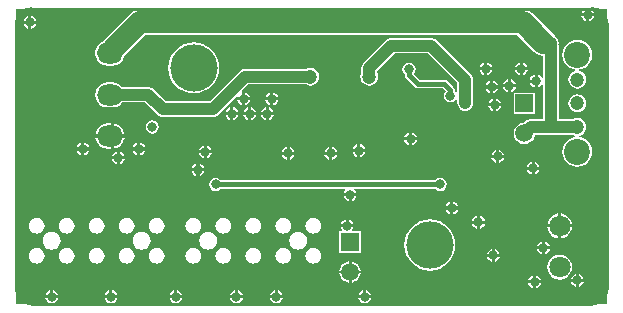
<source format=gbl>
%FSAX42Y42*%
%MOMM*%
G71*
G01*
G75*
G04 Layer_Physical_Order=4*
G04 Layer_Color=16711680*
%ADD10R,1.50X1.30*%
%ADD11O,0.60X2.20*%
%ADD12R,1.30X1.50*%
%ADD13R,1.40X1.00*%
%ADD14R,1.02X1.90*%
%ADD15C,0.20*%
%ADD16C,1.00*%
%ADD17C,0.40*%
%ADD18C,0.25*%
%ADD19O,2.20X1.80*%
%ADD20C,1.20*%
%ADD21C,1.50*%
%ADD22R,1.50X1.50*%
%ADD23C,5.50*%
%ADD24C,2.20*%
%ADD25C,1.80*%
%ADD26C,0.80*%
%ADD27C,1.90*%
%ADD28C,4.00*%
G36*
X009938Y007562D02*
X007915D01*
X007911Y007575D01*
X007927Y007585D01*
X007939Y007604D01*
X007941Y007612D01*
X007834D01*
X007836Y007604D01*
X007848Y007585D01*
X007864Y007575D01*
X007860Y007562D01*
X007165D01*
X007161Y007575D01*
X007177Y007585D01*
X007189Y007604D01*
X007191Y007612D01*
X007084D01*
X007086Y007604D01*
X007098Y007585D01*
X007114Y007575D01*
X007110Y007562D01*
X006827D01*
X006824Y007575D01*
X006840Y007585D01*
X006852Y007604D01*
X006854Y007612D01*
X006746D01*
X006748Y007604D01*
X006760Y007585D01*
X006776Y007575D01*
X006773Y007562D01*
X006315D01*
X006311Y007575D01*
X006327Y007585D01*
X006339Y007604D01*
X006341Y007612D01*
X006234D01*
X006236Y007604D01*
X006248Y007585D01*
X006264Y007575D01*
X006260Y007562D01*
X005765D01*
X005761Y007575D01*
X005777Y007585D01*
X005789Y007604D01*
X005791Y007612D01*
X005684D01*
X005686Y007604D01*
X005698Y007585D01*
X005714Y007575D01*
X005710Y007562D01*
X005265D01*
X005261Y007575D01*
X005277Y007585D01*
X005289Y007604D01*
X005291Y007612D01*
X005184D01*
X005186Y007604D01*
X005198Y007585D01*
X005214Y007575D01*
X005210Y007562D01*
X004938D01*
Y010062D01*
X005939D01*
X005942Y010050D01*
X005932Y010046D01*
X005909Y010028D01*
X005685Y009805D01*
X005668Y009782D01*
X005667Y009781D01*
X005657Y009777D01*
X005635Y009760D01*
X005618Y009738D01*
X005608Y009712D01*
X005607Y009709D01*
X005604Y009702D01*
X005602Y009685D01*
X005604Y009668D01*
X005607Y009661D01*
X005608Y009658D01*
X005618Y009632D01*
X005635Y009610D01*
X005657Y009593D01*
X005683Y009583D01*
X005710Y009579D01*
X005750D01*
X005777Y009583D01*
X005803Y009593D01*
X005825Y009610D01*
X005842Y009632D01*
X005852Y009658D01*
X005852Y009658D01*
X006033Y009839D01*
X009179D01*
X009322Y009697D01*
X009345Y009679D01*
X009371Y009668D01*
X009397Y009664D01*
Y009600D01*
Y009482D01*
X009385Y009478D01*
X009377Y009490D01*
X009359Y009502D01*
X009350Y009504D01*
Y009450D01*
Y009396D01*
X009359Y009398D01*
X009377Y009410D01*
X009385Y009422D01*
X009397Y009418D01*
Y009128D01*
X009292D01*
X009275Y009126D01*
X009270Y009124D01*
X009259Y009119D01*
X009245Y009109D01*
X009235Y009099D01*
X009214Y009096D01*
X009192Y009087D01*
X009173Y009073D01*
X009159Y009054D01*
X009150Y009032D01*
X009147Y009008D01*
X009150Y008985D01*
X009159Y008963D01*
X009173Y008944D01*
X009192Y008930D01*
X009214Y008921D01*
X009238Y008918D01*
X009261Y008921D01*
X009283Y008930D01*
X009302Y008944D01*
X009316Y008963D01*
X009325Y008985D01*
X009327Y008997D01*
X009650D01*
X009668Y008989D01*
X009671Y008989D01*
Y008976D01*
X009655Y008974D01*
X009624Y008962D01*
X009598Y008942D01*
X009578Y008916D01*
X009566Y008885D01*
X009561Y008853D01*
X009566Y008820D01*
X009578Y008789D01*
X009598Y008763D01*
X009624Y008743D01*
X009655Y008731D01*
X009688Y008726D01*
X009720Y008731D01*
X009751Y008743D01*
X009777Y008763D01*
X009797Y008789D01*
X009809Y008820D01*
X009814Y008853D01*
X009809Y008885D01*
X009797Y008916D01*
X009777Y008942D01*
X009751Y008962D01*
X009720Y008974D01*
X009704Y008976D01*
Y008989D01*
X009707Y008989D01*
X009725Y008997D01*
X009741Y009009D01*
X009753Y009025D01*
X009761Y009043D01*
X009763Y009062D01*
X009761Y009082D01*
X009753Y009100D01*
X009741Y009116D01*
X009725Y009128D01*
X009707Y009136D01*
X009688Y009138D01*
X009668Y009136D01*
X009650Y009128D01*
X009528D01*
Y009600D01*
Y009688D01*
Y009750D01*
X009526Y009762D01*
X009528Y009775D01*
X009526Y009792D01*
X009519Y009808D01*
X009509Y009821D01*
X009495Y009832D01*
X009495Y009832D01*
X009478Y009853D01*
X009303Y010028D01*
X009280Y010046D01*
X009271Y010050D01*
X009273Y010062D01*
X009729D01*
X009735Y010051D01*
X009723Y010034D01*
X009721Y010025D01*
X009829D01*
X009827Y010034D01*
X009815Y010052D01*
X009818Y010062D01*
X009938D01*
Y007562D01*
D02*
G37*
%LPC*%
G36*
X007196Y008292D02*
X007179Y008289D01*
X007163Y008283D01*
X007149Y008272D01*
X007138Y008258D01*
X007132Y008242D01*
X007129Y008225D01*
X007132Y008208D01*
X007138Y008192D01*
X007149Y008178D01*
X007163Y008167D01*
X007179Y008161D01*
X007196Y008158D01*
X007213Y008161D01*
X007229Y008167D01*
X007243Y008178D01*
X007254Y008192D01*
X007260Y008208D01*
X007263Y008225D01*
X007260Y008242D01*
X007254Y008258D01*
X007243Y008272D01*
X007229Y008283D01*
X007213Y008289D01*
X007196Y008292D01*
D02*
G37*
G36*
X007450D02*
X007433Y008289D01*
X007417Y008283D01*
X007403Y008272D01*
X007392Y008258D01*
X007386Y008242D01*
X007383Y008225D01*
X007386Y008208D01*
X007392Y008192D01*
X007403Y008178D01*
X007417Y008167D01*
X007433Y008161D01*
X007450Y008158D01*
X007467Y008161D01*
X007483Y008167D01*
X007497Y008178D01*
X007508Y008192D01*
X007514Y008208D01*
X007517Y008225D01*
X007514Y008242D01*
X007508Y008258D01*
X007497Y008272D01*
X007483Y008283D01*
X007467Y008289D01*
X007450Y008292D01*
D02*
G37*
G36*
X006942D02*
X006925Y008289D01*
X006909Y008283D01*
X006895Y008272D01*
X006884Y008258D01*
X006878Y008242D01*
X006875Y008225D01*
X006878Y008208D01*
X006884Y008192D01*
X006895Y008178D01*
X006909Y008167D01*
X006925Y008161D01*
X006942Y008158D01*
X006959Y008161D01*
X006975Y008167D01*
X006989Y008178D01*
X007000Y008192D01*
X007006Y008208D01*
X007009Y008225D01*
X007006Y008242D01*
X007000Y008258D01*
X006989Y008272D01*
X006975Y008283D01*
X006959Y008289D01*
X006942Y008292D01*
D02*
G37*
G36*
X006434D02*
X006417Y008289D01*
X006401Y008283D01*
X006387Y008272D01*
X006376Y008258D01*
X006370Y008242D01*
X006367Y008225D01*
X006370Y008208D01*
X006376Y008192D01*
X006387Y008178D01*
X006401Y008167D01*
X006417Y008161D01*
X006434Y008158D01*
X006451Y008161D01*
X006467Y008167D01*
X006481Y008178D01*
X006492Y008192D01*
X006498Y008208D01*
X006501Y008225D01*
X006498Y008242D01*
X006492Y008258D01*
X006481Y008272D01*
X006467Y008283D01*
X006451Y008289D01*
X006434Y008292D01*
D02*
G37*
G36*
X006688D02*
X006671Y008289D01*
X006655Y008283D01*
X006641Y008272D01*
X006630Y008258D01*
X006624Y008242D01*
X006621Y008225D01*
X006624Y008208D01*
X006630Y008192D01*
X006641Y008178D01*
X006655Y008167D01*
X006671Y008161D01*
X006688Y008158D01*
X006705Y008161D01*
X006721Y008167D01*
X006735Y008178D01*
X006746Y008192D01*
X006752Y008208D01*
X006755Y008225D01*
X006752Y008242D01*
X006746Y008258D01*
X006735Y008272D01*
X006721Y008283D01*
X006705Y008289D01*
X006688Y008292D01*
D02*
G37*
G36*
X008837Y008242D02*
X008796D01*
X008798Y008234D01*
X008810Y008215D01*
X008829Y008203D01*
X008837Y008201D01*
Y008242D01*
D02*
G37*
G36*
X009525Y008329D02*
X009510Y008327D01*
X009485Y008317D01*
X009463Y008300D01*
X009446Y008278D01*
X009435Y008252D01*
X009433Y008238D01*
X009525D01*
Y008329D01*
D02*
G37*
G36*
X009550D02*
Y008238D01*
X009642D01*
X009640Y008252D01*
X009629Y008278D01*
X009612Y008300D01*
X009590Y008317D01*
X009565Y008327D01*
X009550Y008329D01*
D02*
G37*
G36*
X007750Y008279D02*
Y008238D01*
X007791D01*
X007789Y008246D01*
X007777Y008265D01*
X007759Y008277D01*
X007750Y008279D01*
D02*
G37*
G36*
X008904Y008242D02*
X008863D01*
Y008201D01*
X008871Y008203D01*
X008890Y008215D01*
X008902Y008234D01*
X008904Y008242D01*
D02*
G37*
G36*
X007725Y008279D02*
X007716Y008277D01*
X007698Y008265D01*
X007686Y008246D01*
X007684Y008238D01*
X007725D01*
Y008279D01*
D02*
G37*
G36*
X009413Y008091D02*
Y008050D01*
X009454D01*
X009452Y008059D01*
X009440Y008077D01*
X009421Y008089D01*
X009413Y008091D01*
D02*
G37*
G36*
X009525Y008212D02*
X009433D01*
X009435Y008198D01*
X009446Y008172D01*
X009463Y008150D01*
X009485Y008133D01*
X009510Y008123D01*
X009525Y008121D01*
Y008212D01*
D02*
G37*
G36*
X009387Y008091D02*
X009379Y008089D01*
X009360Y008077D01*
X009348Y008059D01*
X009346Y008050D01*
X009387D01*
Y008091D01*
D02*
G37*
G36*
X006561Y008174D02*
X006541Y008171D01*
X006523Y008164D01*
X006508Y008151D01*
X006495Y008136D01*
X006488Y008118D01*
X006485Y008098D01*
X006488Y008078D01*
X006495Y008060D01*
X006508Y008045D01*
X006523Y008032D01*
X006541Y008025D01*
X006561Y008022D01*
X006581Y008025D01*
X006599Y008032D01*
X006614Y008045D01*
X006627Y008060D01*
X006634Y008078D01*
X006637Y008098D01*
X006634Y008118D01*
X006627Y008136D01*
X006614Y008151D01*
X006599Y008164D01*
X006581Y008171D01*
X006561Y008174D01*
D02*
G37*
G36*
X007323D02*
X007303Y008171D01*
X007285Y008164D01*
X007270Y008151D01*
X007257Y008136D01*
X007250Y008118D01*
X007247Y008098D01*
X007250Y008078D01*
X007257Y008060D01*
X007270Y008045D01*
X007285Y008032D01*
X007303Y008025D01*
X007323Y008022D01*
X007343Y008025D01*
X007361Y008032D01*
X007376Y008045D01*
X007389Y008060D01*
X007396Y008078D01*
X007399Y008098D01*
X007396Y008118D01*
X007389Y008136D01*
X007376Y008151D01*
X007361Y008164D01*
X007343Y008171D01*
X007323Y008174D01*
D02*
G37*
G36*
X009642Y008212D02*
X009550D01*
Y008121D01*
X009565Y008123D01*
X009590Y008133D01*
X009612Y008150D01*
X009629Y008172D01*
X009640Y008198D01*
X009642Y008212D01*
D02*
G37*
G36*
X005871Y008292D02*
X005854Y008289D01*
X005838Y008283D01*
X005824Y008272D01*
X005813Y008258D01*
X005807Y008242D01*
X005804Y008225D01*
X005807Y008208D01*
X005813Y008192D01*
X005824Y008178D01*
X005838Y008167D01*
X005854Y008161D01*
X005871Y008158D01*
X005888Y008161D01*
X005904Y008167D01*
X005918Y008178D01*
X005929Y008192D01*
X005935Y008208D01*
X005938Y008225D01*
X005935Y008242D01*
X005929Y008258D01*
X005918Y008272D01*
X005904Y008283D01*
X005888Y008289D01*
X005871Y008292D01*
D02*
G37*
G36*
X006125D02*
X006108Y008289D01*
X006092Y008283D01*
X006078Y008272D01*
X006067Y008258D01*
X006061Y008242D01*
X006058Y008225D01*
X006061Y008208D01*
X006067Y008192D01*
X006078Y008178D01*
X006092Y008167D01*
X006108Y008161D01*
X006125Y008158D01*
X006142Y008161D01*
X006158Y008167D01*
X006172Y008178D01*
X006183Y008192D01*
X006189Y008208D01*
X006192Y008225D01*
X006189Y008242D01*
X006183Y008258D01*
X006172Y008272D01*
X006158Y008283D01*
X006142Y008289D01*
X006125Y008292D01*
D02*
G37*
G36*
X005617D02*
X005600Y008289D01*
X005584Y008283D01*
X005570Y008272D01*
X005559Y008258D01*
X005553Y008242D01*
X005550Y008225D01*
X005553Y008208D01*
X005559Y008192D01*
X005570Y008178D01*
X005584Y008167D01*
X005600Y008161D01*
X005617Y008158D01*
X005634Y008161D01*
X005650Y008167D01*
X005664Y008178D01*
X005675Y008192D01*
X005681Y008208D01*
X005684Y008225D01*
X005681Y008242D01*
X005675Y008258D01*
X005664Y008272D01*
X005650Y008283D01*
X005634Y008289D01*
X005617Y008292D01*
D02*
G37*
G36*
X005109D02*
X005092Y008289D01*
X005076Y008283D01*
X005062Y008272D01*
X005051Y008258D01*
X005045Y008242D01*
X005042Y008225D01*
X005045Y008208D01*
X005051Y008192D01*
X005062Y008178D01*
X005076Y008167D01*
X005092Y008161D01*
X005109Y008158D01*
X005126Y008161D01*
X005142Y008167D01*
X005156Y008178D01*
X005167Y008192D01*
X005173Y008208D01*
X005176Y008225D01*
X005173Y008242D01*
X005167Y008258D01*
X005156Y008272D01*
X005142Y008283D01*
X005126Y008289D01*
X005109Y008292D01*
D02*
G37*
G36*
X005363D02*
X005346Y008289D01*
X005330Y008283D01*
X005316Y008272D01*
X005305Y008258D01*
X005299Y008242D01*
X005296Y008225D01*
X005299Y008208D01*
X005305Y008192D01*
X005316Y008178D01*
X005330Y008167D01*
X005346Y008161D01*
X005363Y008158D01*
X005380Y008161D01*
X005396Y008167D01*
X005410Y008178D01*
X005421Y008192D01*
X005427Y008208D01*
X005430Y008225D01*
X005427Y008242D01*
X005421Y008258D01*
X005410Y008272D01*
X005396Y008283D01*
X005380Y008289D01*
X005363Y008292D01*
D02*
G37*
G36*
X006488Y008754D02*
Y008713D01*
X006529D01*
X006527Y008721D01*
X006515Y008740D01*
X006496Y008752D01*
X006488Y008754D01*
D02*
G37*
G36*
X009300Y008766D02*
X009291Y008764D01*
X009273Y008752D01*
X009261Y008734D01*
X009259Y008725D01*
X009300D01*
Y008766D01*
D02*
G37*
G36*
X006462Y008754D02*
X006454Y008752D01*
X006435Y008740D01*
X006423Y008721D01*
X006421Y008713D01*
X006462D01*
Y008754D01*
D02*
G37*
G36*
X009300Y008700D02*
X009259D01*
X009261Y008691D01*
X009273Y008673D01*
X009291Y008661D01*
X009300Y008659D01*
Y008700D01*
D02*
G37*
G36*
X009366D02*
X009325D01*
Y008659D01*
X009334Y008661D01*
X009352Y008673D01*
X009364Y008691D01*
X009366Y008700D01*
D02*
G37*
G36*
X009325Y008766D02*
Y008725D01*
X009366D01*
X009364Y008734D01*
X009352Y008752D01*
X009334Y008764D01*
X009325Y008766D01*
D02*
G37*
G36*
X009066Y008800D02*
X009025D01*
Y008759D01*
X009034Y008761D01*
X009052Y008773D01*
X009064Y008791D01*
X009066Y008800D01*
D02*
G37*
G36*
X007225Y008825D02*
X007184D01*
X007186Y008816D01*
X007198Y008798D01*
X007216Y008786D01*
X007225Y008784D01*
Y008825D01*
D02*
G37*
G36*
X009000Y008800D02*
X008959D01*
X008961Y008791D01*
X008973Y008773D01*
X008991Y008761D01*
X009000Y008759D01*
Y008800D01*
D02*
G37*
G36*
X005787Y008787D02*
X005746D01*
X005748Y008779D01*
X005760Y008760D01*
X005779Y008748D01*
X005787Y008746D01*
Y008787D01*
D02*
G37*
G36*
X005854D02*
X005813D01*
Y008746D01*
X005821Y008748D01*
X005840Y008760D01*
X005852Y008779D01*
X005854Y008787D01*
D02*
G37*
G36*
X008679Y008362D02*
X008638D01*
Y008321D01*
X008646Y008323D01*
X008665Y008335D01*
X008677Y008354D01*
X008679Y008362D01*
D02*
G37*
G36*
X008612Y008429D02*
X008604Y008427D01*
X008585Y008415D01*
X008573Y008396D01*
X008571Y008388D01*
X008612D01*
Y008429D01*
D02*
G37*
G36*
Y008362D02*
X008571D01*
X008573Y008354D01*
X008585Y008335D01*
X008604Y008323D01*
X008612Y008321D01*
Y008362D01*
D02*
G37*
G36*
X008837Y008309D02*
X008829Y008307D01*
X008810Y008295D01*
X008798Y008276D01*
X008796Y008268D01*
X008837D01*
Y008309D01*
D02*
G37*
G36*
X008863D02*
Y008268D01*
X008904D01*
X008902Y008276D01*
X008890Y008295D01*
X008871Y008307D01*
X008863Y008309D01*
D02*
G37*
G36*
X008638Y008429D02*
Y008388D01*
X008679D01*
X008677Y008396D01*
X008665Y008415D01*
X008646Y008427D01*
X008638Y008429D01*
D02*
G37*
G36*
X006462Y008687D02*
X006421D01*
X006423Y008679D01*
X006435Y008660D01*
X006454Y008648D01*
X006462Y008646D01*
Y008687D01*
D02*
G37*
G36*
X006529D02*
X006488D01*
Y008646D01*
X006496Y008648D01*
X006515Y008660D01*
X006527Y008679D01*
X006529Y008687D01*
D02*
G37*
G36*
X008525Y008631D02*
X008504Y008627D01*
X008485Y008615D01*
X008483Y008611D01*
X006667D01*
X006665Y008615D01*
X006646Y008627D01*
X006625Y008631D01*
X006604Y008627D01*
X006585Y008615D01*
X006573Y008596D01*
X006569Y008575D01*
X006573Y008554D01*
X006585Y008535D01*
X006604Y008523D01*
X006625Y008519D01*
X006646Y008523D01*
X006665Y008535D01*
X006667Y008539D01*
X007719D01*
X007723Y008527D01*
X007711Y008509D01*
X007709Y008500D01*
X007816D01*
X007814Y008509D01*
X007802Y008527D01*
X007784Y008539D01*
D01*
X007784D01*
X007784Y008539D01*
X008483D01*
X008485Y008535D01*
X008504Y008523D01*
X008525Y008519D01*
X008546Y008523D01*
X008565Y008535D01*
X008577Y008554D01*
X008581Y008575D01*
X008577Y008596D01*
X008565Y008615D01*
X008546Y008627D01*
X008525Y008631D01*
D02*
G37*
G36*
X007750Y008475D02*
X007709D01*
X007711Y008466D01*
X007723Y008448D01*
X007741Y008436D01*
X007750Y008434D01*
Y008475D01*
D02*
G37*
G36*
X007816D02*
X007775D01*
Y008434D01*
X007784Y008436D01*
X007802Y008448D01*
X007814Y008466D01*
X007816Y008475D01*
D02*
G37*
G36*
X005998Y008174D02*
X005978Y008171D01*
X005960Y008164D01*
X005945Y008151D01*
X005932Y008136D01*
X005925Y008118D01*
X005922Y008098D01*
X005925Y008078D01*
X005932Y008060D01*
X005945Y008045D01*
X005960Y008032D01*
X005978Y008025D01*
X005998Y008022D01*
X006018Y008025D01*
X006036Y008032D01*
X006051Y008045D01*
X006064Y008060D01*
X006071Y008078D01*
X006074Y008098D01*
X006071Y008118D01*
X006064Y008136D01*
X006051Y008151D01*
X006036Y008164D01*
X006018Y008171D01*
X005998Y008174D01*
D02*
G37*
G36*
X009675Y007750D02*
X009634D01*
X009636Y007741D01*
X009648Y007723D01*
X009666Y007711D01*
X009675Y007709D01*
Y007750D01*
D02*
G37*
G36*
X009741D02*
X009700D01*
Y007709D01*
X009709Y007711D01*
X009727Y007723D01*
X009739Y007741D01*
X009741Y007750D01*
D02*
G37*
G36*
X009379Y007737D02*
X009338D01*
Y007696D01*
X009346Y007698D01*
X009365Y007710D01*
X009377Y007729D01*
X009379Y007737D01*
D02*
G37*
G36*
X007900Y007679D02*
Y007638D01*
X007941D01*
X007939Y007646D01*
X007927Y007665D01*
X007909Y007677D01*
X007900Y007679D01*
D02*
G37*
G36*
X009312Y007737D02*
X009271D01*
X009273Y007729D01*
X009285Y007710D01*
X009304Y007698D01*
X009312Y007696D01*
Y007737D01*
D02*
G37*
G36*
X007750Y007821D02*
X007673D01*
X007675Y007810D01*
X007684Y007788D01*
X007698Y007769D01*
X007717Y007755D01*
X007739Y007746D01*
X007750Y007744D01*
Y007821D01*
D02*
G37*
G36*
X009538Y007981D02*
X009510Y007977D01*
X009485Y007967D01*
X009463Y007950D01*
X009446Y007928D01*
X009435Y007902D01*
X009432Y007875D01*
X009435Y007848D01*
X009446Y007822D01*
X009463Y007800D01*
X009485Y007783D01*
X009510Y007773D01*
X009538Y007769D01*
X009565Y007773D01*
X009590Y007783D01*
X009612Y007800D01*
X009629Y007822D01*
X009640Y007848D01*
X009643Y007875D01*
X009640Y007902D01*
X009629Y007928D01*
X009612Y007950D01*
X009590Y007967D01*
X009565Y007977D01*
X009538Y007981D01*
D02*
G37*
G36*
X009675Y007816D02*
X009666Y007814D01*
X009648Y007802D01*
X009636Y007784D01*
X009634Y007775D01*
X009675D01*
Y007816D01*
D02*
G37*
G36*
X009338Y007804D02*
Y007763D01*
X009379D01*
X009377Y007771D01*
X009365Y007790D01*
X009346Y007802D01*
X009338Y007804D01*
D02*
G37*
G36*
X007852Y007821D02*
X007775D01*
Y007744D01*
X007786Y007746D01*
X007808Y007755D01*
X007827Y007769D01*
X007841Y007788D01*
X007850Y007810D01*
X007852Y007821D01*
D02*
G37*
G36*
X009312Y007804D02*
X009304Y007802D01*
X009285Y007790D01*
X009273Y007771D01*
X009271Y007763D01*
X009312D01*
Y007804D01*
D02*
G37*
G36*
X005750Y007679D02*
Y007638D01*
X005791D01*
X005789Y007646D01*
X005777Y007665D01*
X005759Y007677D01*
X005750Y007679D01*
D02*
G37*
G36*
X006275D02*
X006266Y007677D01*
X006248Y007665D01*
X006236Y007646D01*
X006234Y007638D01*
X006275D01*
Y007679D01*
D02*
G37*
G36*
X005725D02*
X005716Y007677D01*
X005698Y007665D01*
X005686Y007646D01*
X005684Y007638D01*
X005725D01*
Y007679D01*
D02*
G37*
G36*
X005225D02*
X005216Y007677D01*
X005198Y007665D01*
X005186Y007646D01*
X005184Y007638D01*
X005225D01*
Y007679D01*
D02*
G37*
G36*
X005250D02*
Y007638D01*
X005291D01*
X005289Y007646D01*
X005277Y007665D01*
X005259Y007677D01*
X005250Y007679D01*
D02*
G37*
G36*
X006300D02*
Y007638D01*
X006341D01*
X006339Y007646D01*
X006327Y007665D01*
X006309Y007677D01*
X006300Y007679D01*
D02*
G37*
G36*
X007150D02*
Y007638D01*
X007191D01*
X007189Y007646D01*
X007177Y007665D01*
X007159Y007677D01*
X007150Y007679D01*
D02*
G37*
G36*
X007875D02*
X007866Y007677D01*
X007848Y007665D01*
X007836Y007646D01*
X007834Y007638D01*
X007875D01*
Y007679D01*
D02*
G37*
G36*
X007125D02*
X007116Y007677D01*
X007098Y007665D01*
X007086Y007646D01*
X007084Y007638D01*
X007125D01*
Y007679D01*
D02*
G37*
G36*
X006787D02*
X006779Y007677D01*
X006760Y007665D01*
X006748Y007646D01*
X006746Y007638D01*
X006787D01*
Y007679D01*
D02*
G37*
G36*
X006813D02*
Y007638D01*
X006854D01*
X006852Y007646D01*
X006840Y007665D01*
X006821Y007677D01*
X006813Y007679D01*
D02*
G37*
G36*
X008962Y007962D02*
X008921D01*
X008923Y007954D01*
X008935Y007935D01*
X008954Y007923D01*
X008962Y007921D01*
Y007962D01*
D02*
G37*
G36*
X009029D02*
X008988D01*
Y007921D01*
X008996Y007923D01*
X009015Y007935D01*
X009027Y007954D01*
X009029Y007962D01*
D02*
G37*
G36*
X007450Y008038D02*
X007433Y008035D01*
X007417Y008029D01*
X007403Y008018D01*
X007392Y008004D01*
X007386Y007988D01*
X007383Y007971D01*
X007386Y007954D01*
X007392Y007938D01*
X007403Y007924D01*
X007417Y007913D01*
X007433Y007907D01*
X007450Y007904D01*
X007467Y007907D01*
X007483Y007913D01*
X007497Y007924D01*
X007508Y007938D01*
X007514Y007954D01*
X007517Y007971D01*
X007514Y007988D01*
X007508Y008004D01*
X007497Y008018D01*
X007483Y008029D01*
X007467Y008035D01*
X007450Y008038D01*
D02*
G37*
G36*
X006942D02*
X006925Y008035D01*
X006909Y008029D01*
X006895Y008018D01*
X006884Y008004D01*
X006878Y007988D01*
X006875Y007971D01*
X006878Y007954D01*
X006884Y007938D01*
X006895Y007924D01*
X006909Y007913D01*
X006925Y007907D01*
X006942Y007904D01*
X006959Y007907D01*
X006975Y007913D01*
X006989Y007924D01*
X007000Y007938D01*
X007006Y007954D01*
X007009Y007971D01*
X007006Y007988D01*
X007000Y008004D01*
X006989Y008018D01*
X006975Y008029D01*
X006959Y008035D01*
X006942Y008038D01*
D02*
G37*
G36*
X007196D02*
X007179Y008035D01*
X007163Y008029D01*
X007149Y008018D01*
X007138Y008004D01*
X007132Y007988D01*
X007129Y007971D01*
X007132Y007954D01*
X007138Y007938D01*
X007149Y007924D01*
X007163Y007913D01*
X007179Y007907D01*
X007196Y007904D01*
X007213Y007907D01*
X007229Y007913D01*
X007243Y007924D01*
X007254Y007938D01*
X007260Y007954D01*
X007263Y007971D01*
X007260Y007988D01*
X007254Y008004D01*
X007243Y008018D01*
X007229Y008029D01*
X007213Y008035D01*
X007196Y008038D01*
D02*
G37*
G36*
X009387Y008025D02*
X009346D01*
X009348Y008016D01*
X009360Y007998D01*
X009379Y007986D01*
X009387Y007984D01*
Y008025D01*
D02*
G37*
G36*
X007791Y008212D02*
X007684D01*
X007686Y008204D01*
X007696Y008189D01*
X007690Y008178D01*
X007672D01*
Y007997D01*
X007853D01*
Y008178D01*
X007785D01*
X007779Y008189D01*
X007789Y008204D01*
X007791Y008212D01*
D02*
G37*
G36*
X005236Y008174D02*
X005216Y008171D01*
X005198Y008164D01*
X005183Y008151D01*
X005170Y008136D01*
X005163Y008118D01*
X005160Y008098D01*
X005163Y008078D01*
X005170Y008060D01*
X005183Y008045D01*
X005198Y008032D01*
X005216Y008025D01*
X005236Y008022D01*
X005256Y008025D01*
X005274Y008032D01*
X005289Y008045D01*
X005302Y008060D01*
X005309Y008078D01*
X005312Y008098D01*
X005309Y008118D01*
X005302Y008136D01*
X005289Y008151D01*
X005274Y008164D01*
X005256Y008171D01*
X005236Y008174D01*
D02*
G37*
G36*
X008988Y008029D02*
Y007988D01*
X009029D01*
X009027Y007996D01*
X009015Y008015D01*
X008996Y008027D01*
X008988Y008029D01*
D02*
G37*
G36*
X009454Y008025D02*
X009413D01*
Y007984D01*
X009421Y007986D01*
X009440Y007998D01*
X009452Y008016D01*
X009454Y008025D01*
D02*
G37*
G36*
X008962Y008029D02*
X008954Y008027D01*
X008935Y008015D01*
X008923Y007996D01*
X008921Y007988D01*
X008962D01*
Y008029D01*
D02*
G37*
G36*
X008438Y008279D02*
X008395Y008274D01*
X008355Y008262D01*
X008317Y008242D01*
X008285Y008215D01*
X008258Y008183D01*
X008238Y008145D01*
X008226Y008105D01*
X008221Y008062D01*
X008226Y008020D01*
X008238Y007980D01*
X008258Y007942D01*
X008285Y007910D01*
X008317Y007883D01*
X008355Y007863D01*
X008395Y007851D01*
X008438Y007846D01*
X008480Y007851D01*
X008520Y007863D01*
X008558Y007883D01*
X008590Y007910D01*
X008617Y007942D01*
X008637Y007980D01*
X008649Y008020D01*
X008654Y008062D01*
X008649Y008105D01*
X008637Y008145D01*
X008617Y008183D01*
X008590Y008215D01*
X008558Y008242D01*
X008520Y008262D01*
X008480Y008274D01*
X008438Y008279D01*
D02*
G37*
G36*
X005109Y008038D02*
X005092Y008035D01*
X005076Y008029D01*
X005062Y008018D01*
X005051Y008004D01*
X005045Y007988D01*
X005042Y007971D01*
X005045Y007954D01*
X005051Y007938D01*
X005062Y007924D01*
X005076Y007913D01*
X005092Y007907D01*
X005109Y007904D01*
X005126Y007907D01*
X005142Y007913D01*
X005156Y007924D01*
X005167Y007938D01*
X005173Y007954D01*
X005176Y007971D01*
X005173Y007988D01*
X005167Y008004D01*
X005156Y008018D01*
X005142Y008029D01*
X005126Y008035D01*
X005109Y008038D01*
D02*
G37*
G36*
X007775Y007923D02*
Y007846D01*
X007852D01*
X007850Y007857D01*
X007841Y007879D01*
X007827Y007898D01*
X007808Y007912D01*
X007786Y007921D01*
X007775Y007923D01*
D02*
G37*
G36*
X009700Y007816D02*
Y007775D01*
X009741D01*
X009739Y007784D01*
X009727Y007802D01*
X009709Y007814D01*
X009700Y007816D01*
D02*
G37*
G36*
X007750Y007923D02*
X007739Y007921D01*
X007717Y007912D01*
X007698Y007898D01*
X007684Y007879D01*
X007675Y007857D01*
X007673Y007846D01*
X007750D01*
Y007923D01*
D02*
G37*
G36*
X005363Y008038D02*
X005346Y008035D01*
X005330Y008029D01*
X005316Y008018D01*
X005305Y008004D01*
X005299Y007988D01*
X005296Y007971D01*
X005299Y007954D01*
X005305Y007938D01*
X005316Y007924D01*
X005330Y007913D01*
X005346Y007907D01*
X005363Y007904D01*
X005380Y007907D01*
X005396Y007913D01*
X005410Y007924D01*
X005421Y007938D01*
X005427Y007954D01*
X005430Y007971D01*
X005427Y007988D01*
X005421Y008004D01*
X005410Y008018D01*
X005396Y008029D01*
X005380Y008035D01*
X005363Y008038D01*
D02*
G37*
G36*
X006434D02*
X006417Y008035D01*
X006401Y008029D01*
X006387Y008018D01*
X006376Y008004D01*
X006370Y007988D01*
X006367Y007971D01*
X006370Y007954D01*
X006376Y007938D01*
X006387Y007924D01*
X006401Y007913D01*
X006417Y007907D01*
X006434Y007904D01*
X006451Y007907D01*
X006467Y007913D01*
X006481Y007924D01*
X006492Y007938D01*
X006498Y007954D01*
X006501Y007971D01*
X006498Y007988D01*
X006492Y008004D01*
X006481Y008018D01*
X006467Y008029D01*
X006451Y008035D01*
X006434Y008038D01*
D02*
G37*
G36*
X006688D02*
X006671Y008035D01*
X006655Y008029D01*
X006641Y008018D01*
X006630Y008004D01*
X006624Y007988D01*
X006621Y007971D01*
X006624Y007954D01*
X006630Y007938D01*
X006641Y007924D01*
X006655Y007913D01*
X006671Y007907D01*
X006688Y007904D01*
X006705Y007907D01*
X006721Y007913D01*
X006735Y007924D01*
X006746Y007938D01*
X006752Y007954D01*
X006755Y007971D01*
X006752Y007988D01*
X006746Y008004D01*
X006735Y008018D01*
X006721Y008029D01*
X006705Y008035D01*
X006688Y008038D01*
D02*
G37*
G36*
X006125D02*
X006108Y008035D01*
X006092Y008029D01*
X006078Y008018D01*
X006067Y008004D01*
X006061Y007988D01*
X006058Y007971D01*
X006061Y007954D01*
X006067Y007938D01*
X006078Y007924D01*
X006092Y007913D01*
X006108Y007907D01*
X006125Y007904D01*
X006142Y007907D01*
X006158Y007913D01*
X006172Y007924D01*
X006183Y007938D01*
X006189Y007954D01*
X006192Y007971D01*
X006189Y007988D01*
X006183Y008004D01*
X006172Y008018D01*
X006158Y008029D01*
X006142Y008035D01*
X006125Y008038D01*
D02*
G37*
G36*
X005617D02*
X005600Y008035D01*
X005584Y008029D01*
X005570Y008018D01*
X005559Y008004D01*
X005553Y007988D01*
X005550Y007971D01*
X005553Y007954D01*
X005559Y007938D01*
X005570Y007924D01*
X005584Y007913D01*
X005600Y007907D01*
X005617Y007904D01*
X005634Y007907D01*
X005650Y007913D01*
X005664Y007924D01*
X005675Y007938D01*
X005681Y007954D01*
X005684Y007971D01*
X005681Y007988D01*
X005675Y008004D01*
X005664Y008018D01*
X005650Y008029D01*
X005634Y008035D01*
X005617Y008038D01*
D02*
G37*
G36*
X005871D02*
X005854Y008035D01*
X005838Y008029D01*
X005824Y008018D01*
X005813Y008004D01*
X005807Y007988D01*
X005804Y007971D01*
X005807Y007954D01*
X005813Y007938D01*
X005824Y007924D01*
X005838Y007913D01*
X005854Y007907D01*
X005871Y007904D01*
X005888Y007907D01*
X005904Y007913D01*
X005918Y007924D01*
X005929Y007938D01*
X005935Y007954D01*
X005938Y007971D01*
X005935Y007988D01*
X005929Y008004D01*
X005918Y008018D01*
X005904Y008029D01*
X005888Y008035D01*
X005871Y008038D01*
D02*
G37*
G36*
X006875Y009354D02*
Y009313D01*
X006916D01*
X006914Y009321D01*
X006902Y009340D01*
X006884Y009352D01*
X006875Y009354D01*
D02*
G37*
G36*
X007087D02*
X007079Y009352D01*
X007060Y009340D01*
X007048Y009321D01*
X007046Y009313D01*
X007087D01*
Y009354D01*
D02*
G37*
G36*
X007425Y009563D02*
X007405Y009561D01*
X007387Y009553D01*
X006875D01*
X006858Y009551D01*
X006850Y009548D01*
X006842Y009544D01*
X006829Y009534D01*
X006573Y009278D01*
X006202D01*
X006099Y009381D01*
X006085Y009392D01*
X006077Y009395D01*
X006069Y009398D01*
X006053Y009401D01*
X005832D01*
X005825Y009410D01*
X005803Y009427D01*
X005777Y009437D01*
X005750Y009441D01*
X005710D01*
X005683Y009437D01*
X005657Y009427D01*
X005635Y009410D01*
X005618Y009388D01*
X005608Y009362D01*
X005604Y009335D01*
X005608Y009308D01*
X005618Y009282D01*
X005635Y009260D01*
X005657Y009243D01*
X005683Y009233D01*
X005710Y009229D01*
X005750D01*
X005777Y009233D01*
X005803Y009243D01*
X005825Y009260D01*
X005832Y009269D01*
X006025D01*
X006129Y009166D01*
X006142Y009156D01*
X006151Y009152D01*
X006158Y009149D01*
X006175Y009147D01*
X006600D01*
X006617Y009149D01*
X006624Y009152D01*
X006633Y009156D01*
X006646Y009166D01*
X006797Y009317D01*
X006809Y009311D01*
X006809Y009313D01*
X006850D01*
Y009354D01*
X006851Y009354D01*
X006845Y009365D01*
X006902Y009422D01*
X007387D01*
X007405Y009414D01*
X007425Y009412D01*
X007445Y009414D01*
X007463Y009422D01*
X007478Y009434D01*
X007491Y009450D01*
X007498Y009468D01*
X007501Y009488D01*
X007498Y009507D01*
X007491Y009525D01*
X007478Y009541D01*
X007463Y009553D01*
X007445Y009561D01*
X007425Y009563D01*
D02*
G37*
G36*
X008975Y009304D02*
X008966Y009302D01*
X008948Y009290D01*
X008936Y009271D01*
X008934Y009263D01*
X008975D01*
Y009304D01*
D02*
G37*
G36*
X009000D02*
Y009263D01*
X009041D01*
X009039Y009271D01*
X009027Y009290D01*
X009009Y009302D01*
X009000Y009304D01*
D02*
G37*
G36*
X007113Y009354D02*
Y009313D01*
X007154D01*
X007152Y009321D01*
X007140Y009340D01*
X007121Y009352D01*
X007113Y009354D01*
D02*
G37*
G36*
X008450Y009816D02*
X008112D01*
X008096Y009813D01*
X008088Y009810D01*
X008080Y009807D01*
X008066Y009796D01*
X007879Y009609D01*
X007868Y009595D01*
X007864Y009586D01*
X007862Y009579D01*
X007859Y009562D01*
Y009525D01*
X007852Y009507D01*
X007849Y009488D01*
X007852Y009468D01*
X007859Y009450D01*
X007872Y009434D01*
X007887Y009422D01*
X007905Y009414D01*
X007925Y009412D01*
X007945Y009414D01*
X007963Y009422D01*
X007978Y009434D01*
X007991Y009450D01*
X007998Y009468D01*
X008001Y009488D01*
X007998Y009507D01*
X007991Y009525D01*
Y009535D01*
X008140Y009684D01*
X008423D01*
X008672Y009435D01*
Y009362D01*
Y009357D01*
X008660Y009353D01*
X008652Y009365D01*
X008648Y009367D01*
Y009375D01*
X008645Y009389D01*
X008638Y009400D01*
X008588Y009450D01*
X008576Y009458D01*
X008562Y009461D01*
X008352D01*
X008302Y009511D01*
X008314Y009529D01*
X008319Y009550D01*
X008314Y009571D01*
X008302Y009590D01*
X008284Y009602D01*
X008262Y009606D01*
X008241Y009602D01*
X008223Y009590D01*
X008211Y009571D01*
X008206Y009550D01*
X008211Y009529D01*
X008223Y009510D01*
X008227Y009508D01*
X008227Y009508D01*
X008227Y009500D01*
X008227Y009500D01*
X008227D01*
X008230Y009486D01*
X008237Y009475D01*
X008312Y009400D01*
X008324Y009392D01*
X008338Y009389D01*
X008548D01*
X008573Y009364D01*
X008561Y009346D01*
X008556Y009325D01*
X008561Y009304D01*
X008573Y009285D01*
X008591Y009273D01*
X008612Y009269D01*
X008634Y009273D01*
X008652Y009285D01*
X008660Y009297D01*
X008672Y009293D01*
Y009262D01*
X008674Y009246D01*
X008681Y009230D01*
X008691Y009216D01*
X008705Y009206D01*
X008721Y009199D01*
X008738Y009197D01*
X008754Y009199D01*
X008770Y009206D01*
X008784Y009216D01*
X008794Y009230D01*
X008801Y009246D01*
X008803Y009262D01*
Y009362D01*
Y009462D01*
X008801Y009479D01*
X008797Y009489D01*
X008794Y009495D01*
X008784Y009509D01*
X008496Y009796D01*
X008483Y009807D01*
X008475Y009810D01*
X008467Y009813D01*
X008450Y009816D01*
D02*
G37*
G36*
X009100Y009400D02*
X009059D01*
X009061Y009391D01*
X009073Y009373D01*
X009091Y009361D01*
X009100Y009359D01*
Y009400D01*
D02*
G37*
G36*
X006438Y009779D02*
X006395Y009774D01*
X006355Y009762D01*
X006317Y009742D01*
X006285Y009715D01*
X006258Y009683D01*
X006238Y009645D01*
X006226Y009605D01*
X006221Y009562D01*
X006226Y009520D01*
X006238Y009480D01*
X006258Y009442D01*
X006285Y009410D01*
X006317Y009383D01*
X006355Y009363D01*
X006395Y009351D01*
X006438Y009346D01*
X006480Y009351D01*
X006520Y009363D01*
X006558Y009383D01*
X006590Y009410D01*
X006617Y009442D01*
X006637Y009480D01*
X006649Y009520D01*
X006654Y009562D01*
X006649Y009605D01*
X006637Y009645D01*
X006617Y009683D01*
X006590Y009715D01*
X006558Y009742D01*
X006520Y009762D01*
X006480Y009774D01*
X006438Y009779D01*
D02*
G37*
G36*
X008950Y009387D02*
X008909D01*
X008911Y009379D01*
X008923Y009360D01*
X008941Y009348D01*
X008950Y009346D01*
Y009387D01*
D02*
G37*
G36*
X009016D02*
X008975D01*
Y009346D01*
X008984Y009348D01*
X009002Y009360D01*
X009014Y009379D01*
X009016Y009387D01*
D02*
G37*
G36*
X007050Y009229D02*
X007041Y009227D01*
X007023Y009215D01*
X007011Y009196D01*
X007009Y009188D01*
X007050D01*
Y009229D01*
D02*
G37*
G36*
X007075D02*
Y009188D01*
X007116D01*
X007114Y009196D01*
X007102Y009215D01*
X007084Y009227D01*
X007075Y009229D01*
D02*
G37*
G36*
X006925D02*
Y009188D01*
X006966D01*
X006964Y009196D01*
X006952Y009215D01*
X006934Y009227D01*
X006925Y009229D01*
D02*
G37*
G36*
X006775D02*
Y009188D01*
X006816D01*
X006814Y009196D01*
X006802Y009215D01*
X006784Y009227D01*
X006775Y009229D01*
D02*
G37*
G36*
X006900D02*
X006891Y009227D01*
X006873Y009215D01*
X006861Y009196D01*
X006859Y009188D01*
X006900D01*
Y009229D01*
D02*
G37*
G36*
X008975Y009237D02*
X008934D01*
X008936Y009229D01*
X008948Y009210D01*
X008966Y009198D01*
X008975Y009196D01*
Y009237D01*
D02*
G37*
G36*
X007087Y009287D02*
X007046D01*
X007048Y009279D01*
X007060Y009260D01*
X007079Y009248D01*
X007087Y009246D01*
Y009287D01*
D02*
G37*
G36*
X007154D02*
X007113D01*
Y009246D01*
X007121Y009248D01*
X007140Y009260D01*
X007152Y009279D01*
X007154Y009287D01*
D02*
G37*
G36*
X006916D02*
X006875D01*
Y009246D01*
X006884Y009248D01*
X006902Y009260D01*
X006914Y009279D01*
X006916Y009287D01*
D02*
G37*
G36*
X009041Y009237D02*
X009000D01*
Y009196D01*
X009009Y009198D01*
X009027Y009210D01*
X009039Y009229D01*
X009041Y009237D01*
D02*
G37*
G36*
X006850Y009287D02*
X006809D01*
X006811Y009279D01*
X006823Y009260D01*
X006841Y009248D01*
X006850Y009246D01*
Y009287D01*
D02*
G37*
G36*
X009200Y009609D02*
X009191Y009607D01*
X009173Y009595D01*
X009161Y009576D01*
X009159Y009568D01*
X009200D01*
Y009609D01*
D02*
G37*
G36*
X009225D02*
Y009568D01*
X009266D01*
X009264Y009576D01*
X009252Y009595D01*
X009234Y009607D01*
X009225Y009609D01*
D02*
G37*
G36*
X008925D02*
Y009568D01*
X008966D01*
X008964Y009576D01*
X008952Y009595D01*
X008934Y009607D01*
X008925Y009609D01*
D02*
G37*
G36*
X009266Y009542D02*
X009225D01*
Y009501D01*
X009234Y009503D01*
X009252Y009515D01*
X009264Y009534D01*
X009266Y009542D01*
D02*
G37*
G36*
X008900Y009609D02*
X008891Y009607D01*
X008873Y009595D01*
X008861Y009576D01*
X008859Y009568D01*
X008900D01*
Y009609D01*
D02*
G37*
G36*
X005039Y009935D02*
X004999D01*
X005000Y009926D01*
X005012Y009908D01*
X005031Y009896D01*
X005039Y009894D01*
Y009935D01*
D02*
G37*
G36*
Y010001D02*
X005031Y010000D01*
X005012Y009988D01*
X005000Y009969D01*
X004999Y009961D01*
X005039D01*
Y010001D01*
D02*
G37*
G36*
X005065D02*
Y009961D01*
X005106D01*
X005104Y009969D01*
X005092Y009988D01*
X005074Y010000D01*
X005065Y010001D01*
D02*
G37*
G36*
X009829Y010000D02*
X009788D01*
Y009959D01*
X009796Y009961D01*
X009815Y009973D01*
X009827Y009991D01*
X009829Y010000D01*
D02*
G37*
G36*
X005106Y009935D02*
X005065D01*
Y009894D01*
X005074Y009896D01*
X005092Y009908D01*
X005104Y009926D01*
X005106Y009935D01*
D02*
G37*
G36*
X009762Y010000D02*
X009721D01*
X009723Y009991D01*
X009735Y009973D01*
X009754Y009961D01*
X009762Y009959D01*
Y010000D01*
D02*
G37*
G36*
X008950Y009454D02*
X008941Y009452D01*
X008923Y009440D01*
X008911Y009421D01*
X008909Y009413D01*
X008950D01*
Y009454D01*
D02*
G37*
G36*
X008975D02*
Y009413D01*
X009016D01*
X009014Y009421D01*
X009002Y009440D01*
X008984Y009452D01*
X008975Y009454D01*
D02*
G37*
G36*
X009325Y009437D02*
X009284D01*
X009286Y009429D01*
X009298Y009410D01*
X009316Y009398D01*
X009325Y009396D01*
Y009437D01*
D02*
G37*
G36*
X009166Y009400D02*
X009125D01*
Y009359D01*
X009134Y009361D01*
X009152Y009373D01*
X009164Y009391D01*
X009166Y009400D01*
D02*
G37*
G36*
X009688Y009799D02*
X009655Y009794D01*
X009624Y009782D01*
X009598Y009762D01*
X009578Y009736D01*
X009566Y009705D01*
X009561Y009672D01*
X009566Y009640D01*
X009578Y009609D01*
X009598Y009583D01*
X009624Y009563D01*
X009655Y009551D01*
X009671Y009549D01*
Y009536D01*
X009668Y009536D01*
X009650Y009528D01*
X009634Y009516D01*
X009622Y009500D01*
X009614Y009482D01*
X009612Y009462D01*
X009614Y009443D01*
X009622Y009425D01*
X009634Y009409D01*
X009650Y009397D01*
X009668Y009389D01*
X009688Y009387D01*
X009707Y009389D01*
X009725Y009397D01*
X009741Y009409D01*
X009753Y009425D01*
X009761Y009443D01*
X009763Y009462D01*
X009761Y009482D01*
X009753Y009500D01*
X009741Y009516D01*
X009725Y009528D01*
X009707Y009536D01*
X009704Y009536D01*
Y009549D01*
X009720Y009551D01*
X009751Y009563D01*
X009777Y009583D01*
X009797Y009609D01*
X009809Y009640D01*
X009814Y009672D01*
X009809Y009705D01*
X009797Y009736D01*
X009777Y009762D01*
X009751Y009782D01*
X009720Y009794D01*
X009688Y009799D01*
D02*
G37*
G36*
X009100Y009466D02*
X009091Y009464D01*
X009073Y009452D01*
X009061Y009434D01*
X009059Y009425D01*
X009100D01*
Y009466D01*
D02*
G37*
G36*
X008966Y009542D02*
X008925D01*
Y009501D01*
X008934Y009503D01*
X008952Y009515D01*
X008964Y009534D01*
X008966Y009542D01*
D02*
G37*
G36*
X009200D02*
X009159D01*
X009161Y009534D01*
X009173Y009515D01*
X009191Y009503D01*
X009200Y009501D01*
Y009542D01*
D02*
G37*
G36*
X008900D02*
X008859D01*
X008861Y009534D01*
X008873Y009515D01*
X008891Y009503D01*
X008900Y009501D01*
Y009542D01*
D02*
G37*
G36*
X009125Y009466D02*
Y009425D01*
X009166D01*
X009164Y009434D01*
X009152Y009452D01*
X009134Y009464D01*
X009125Y009466D01*
D02*
G37*
G36*
X009325Y009504D02*
X009316Y009502D01*
X009298Y009490D01*
X009286Y009471D01*
X009284Y009463D01*
X009325D01*
Y009504D01*
D02*
G37*
G36*
X006750Y009229D02*
X006741Y009227D01*
X006723Y009215D01*
X006711Y009196D01*
X006709Y009188D01*
X006750D01*
Y009229D01*
D02*
G37*
G36*
X009025Y008866D02*
Y008825D01*
X009066D01*
X009064Y008834D01*
X009052Y008852D01*
X009034Y008864D01*
X009025Y008866D01*
D02*
G37*
G36*
X007225Y008891D02*
X007216Y008889D01*
X007198Y008877D01*
X007186Y008859D01*
X007184Y008850D01*
X007225D01*
Y008891D01*
D02*
G37*
G36*
X009000Y008866D02*
X008991Y008864D01*
X008973Y008852D01*
X008961Y008834D01*
X008959Y008825D01*
X009000D01*
Y008866D01*
D02*
G37*
G36*
X005962Y008862D02*
X005921D01*
X005923Y008854D01*
X005935Y008835D01*
X005954Y008823D01*
X005962Y008821D01*
Y008862D01*
D02*
G37*
G36*
X006029D02*
X005988D01*
Y008821D01*
X005996Y008823D01*
X006015Y008835D01*
X006027Y008854D01*
X006029Y008862D01*
D02*
G37*
G36*
X007250Y008891D02*
Y008850D01*
X007291D01*
X007289Y008859D01*
X007277Y008877D01*
X007259Y008889D01*
X007250Y008891D01*
D02*
G37*
G36*
X006550Y008904D02*
Y008863D01*
X006591D01*
X006589Y008871D01*
X006577Y008890D01*
X006559Y008902D01*
X006550Y008904D01*
D02*
G37*
G36*
X007825Y008916D02*
X007816Y008914D01*
X007798Y008902D01*
X007786Y008884D01*
X007784Y008875D01*
X007825D01*
Y008916D01*
D02*
G37*
G36*
X006525Y008904D02*
X006516Y008902D01*
X006498Y008890D01*
X006486Y008871D01*
X006484Y008863D01*
X006525D01*
Y008904D01*
D02*
G37*
G36*
X007587Y008891D02*
X007579Y008889D01*
X007560Y008877D01*
X007548Y008859D01*
X007546Y008850D01*
X007587D01*
Y008891D01*
D02*
G37*
G36*
X007613D02*
Y008850D01*
X007654D01*
X007652Y008859D01*
X007640Y008877D01*
X007621Y008889D01*
X007613Y008891D01*
D02*
G37*
G36*
X006525Y008837D02*
X006484D01*
X006486Y008829D01*
X006498Y008810D01*
X006516Y008798D01*
X006525Y008796D01*
Y008837D01*
D02*
G37*
G36*
X006591D02*
X006550D01*
Y008796D01*
X006559Y008798D01*
X006577Y008810D01*
X006589Y008829D01*
X006591Y008837D01*
D02*
G37*
G36*
X007654Y008825D02*
X007613D01*
Y008784D01*
X007621Y008786D01*
X007640Y008798D01*
X007652Y008816D01*
X007654Y008825D01*
D02*
G37*
G36*
X007291D02*
X007250D01*
Y008784D01*
X007259Y008786D01*
X007277Y008798D01*
X007289Y008816D01*
X007291Y008825D01*
D02*
G37*
G36*
X007587D02*
X007546D01*
X007548Y008816D01*
X007560Y008798D01*
X007579Y008786D01*
X007587Y008784D01*
Y008825D01*
D02*
G37*
G36*
X007825Y008850D02*
X007784D01*
X007786Y008841D01*
X007798Y008823D01*
X007816Y008811D01*
X007825Y008809D01*
Y008850D01*
D02*
G37*
G36*
X005487Y008862D02*
X005446D01*
X005448Y008854D01*
X005460Y008835D01*
X005479Y008823D01*
X005487Y008821D01*
Y008862D01*
D02*
G37*
G36*
X005554D02*
X005513D01*
Y008821D01*
X005521Y008823D01*
X005540Y008835D01*
X005552Y008854D01*
X005554Y008862D01*
D02*
G37*
G36*
X005813Y008854D02*
Y008813D01*
X005854D01*
X005852Y008821D01*
X005840Y008840D01*
X005821Y008852D01*
X005813Y008854D01*
D02*
G37*
G36*
X007891Y008850D02*
X007850D01*
Y008809D01*
X007859Y008811D01*
X007877Y008823D01*
X007889Y008841D01*
X007891Y008850D01*
D02*
G37*
G36*
X005787Y008854D02*
X005779Y008852D01*
X005760Y008840D01*
X005748Y008821D01*
X005746Y008813D01*
X005787D01*
Y008854D01*
D02*
G37*
G36*
X006750Y009162D02*
X006709D01*
X006711Y009154D01*
X006723Y009135D01*
X006741Y009123D01*
X006750Y009121D01*
Y009162D01*
D02*
G37*
G36*
X006816D02*
X006775D01*
Y009121D01*
X006784Y009123D01*
X006802Y009135D01*
X006814Y009154D01*
X006816Y009162D01*
D02*
G37*
G36*
X006088Y009119D02*
X006066Y009114D01*
X006048Y009102D01*
X006036Y009084D01*
X006031Y009062D01*
X006036Y009041D01*
X006048Y009023D01*
X006066Y009011D01*
X006088Y009006D01*
X006109Y009011D01*
X006127Y009023D01*
X006139Y009041D01*
X006144Y009062D01*
X006139Y009084D01*
X006127Y009102D01*
X006109Y009114D01*
X006088Y009119D01*
D02*
G37*
G36*
X005737Y009091D02*
X005710D01*
X005683Y009087D01*
X005657Y009077D01*
X005635Y009060D01*
X005618Y009038D01*
X005608Y009012D01*
X005606Y008998D01*
X005737D01*
Y009091D01*
D02*
G37*
G36*
X005763Y009089D02*
Y008998D01*
X005854D01*
X005852Y009012D01*
X005842Y009038D01*
X005825Y009060D01*
X005803Y009077D01*
X005777Y009087D01*
X005763Y009089D01*
D02*
G37*
G36*
X006900Y009162D02*
X006859D01*
X006861Y009154D01*
X006873Y009135D01*
X006891Y009123D01*
X006900Y009121D01*
Y009162D01*
D02*
G37*
G36*
X009328Y009353D02*
X009147D01*
Y009172D01*
X009328D01*
Y009353D01*
D02*
G37*
G36*
X009688Y009338D02*
X009668Y009336D01*
X009650Y009328D01*
X009634Y009316D01*
X009622Y009300D01*
X009614Y009282D01*
X009612Y009262D01*
X009614Y009243D01*
X009622Y009225D01*
X009634Y009209D01*
X009650Y009197D01*
X009668Y009189D01*
X009688Y009187D01*
X009707Y009189D01*
X009725Y009197D01*
X009741Y009209D01*
X009753Y009225D01*
X009761Y009243D01*
X009763Y009262D01*
X009761Y009282D01*
X009753Y009300D01*
X009741Y009316D01*
X009725Y009328D01*
X009707Y009336D01*
X009688Y009338D01*
D02*
G37*
G36*
X007116Y009162D02*
X007075D01*
Y009121D01*
X007084Y009123D01*
X007102Y009135D01*
X007114Y009154D01*
X007116Y009162D01*
D02*
G37*
G36*
X006966D02*
X006925D01*
Y009121D01*
X006934Y009123D01*
X006952Y009135D01*
X006964Y009154D01*
X006966Y009162D01*
D02*
G37*
G36*
X007050D02*
X007009D01*
X007011Y009154D01*
X007023Y009135D01*
X007041Y009123D01*
X007050Y009121D01*
Y009162D01*
D02*
G37*
G36*
X005487Y008929D02*
X005479Y008927D01*
X005460Y008915D01*
X005448Y008896D01*
X005446Y008888D01*
X005487D01*
Y008929D01*
D02*
G37*
G36*
X005513D02*
Y008888D01*
X005554D01*
X005552Y008896D01*
X005540Y008915D01*
X005521Y008927D01*
X005513Y008929D01*
D02*
G37*
G36*
X005854Y008972D02*
X005763D01*
Y008881D01*
X005777Y008883D01*
X005803Y008893D01*
X005825Y008910D01*
X005842Y008932D01*
X005852Y008958D01*
X005854Y008972D01*
D02*
G37*
G36*
X007850Y008916D02*
Y008875D01*
X007891D01*
X007889Y008884D01*
X007877Y008902D01*
X007859Y008914D01*
X007850Y008916D01*
D02*
G37*
G36*
X005737Y008972D02*
X005606D01*
X005608Y008958D01*
X005618Y008932D01*
X005635Y008910D01*
X005657Y008893D01*
X005683Y008883D01*
X005710Y008879D01*
X005737D01*
Y008972D01*
D02*
G37*
G36*
X005962Y008929D02*
X005954Y008927D01*
X005935Y008915D01*
X005923Y008896D01*
X005921Y008888D01*
X005962D01*
Y008929D01*
D02*
G37*
G36*
X008262Y009016D02*
X008254Y009014D01*
X008235Y009002D01*
X008223Y008984D01*
X008221Y008975D01*
X008262D01*
Y009016D01*
D02*
G37*
G36*
X008288D02*
Y008975D01*
X008329D01*
X008327Y008984D01*
X008315Y009002D01*
X008296Y009014D01*
X008288Y009016D01*
D02*
G37*
G36*
X008329Y008950D02*
X008288D01*
Y008909D01*
X008296Y008911D01*
X008315Y008923D01*
X008327Y008941D01*
X008329Y008950D01*
D02*
G37*
G36*
X005988Y008929D02*
Y008888D01*
X006029D01*
X006027Y008896D01*
X006015Y008915D01*
X005996Y008927D01*
X005988Y008929D01*
D02*
G37*
G36*
X008262Y008950D02*
X008221D01*
X008223Y008941D01*
X008235Y008923D01*
X008254Y008911D01*
X008262Y008909D01*
Y008950D01*
D02*
G37*
%LPD*%
D16*
X009238Y009008D02*
X009292Y009062D01*
X009462D01*
X009688D01*
X009462D02*
Y009600D01*
Y009688D02*
Y009750D01*
X008738Y009262D02*
Y009362D01*
Y009462D01*
X007925Y009562D02*
X008112Y009750D01*
X007925Y009488D02*
Y009562D01*
X006600Y009212D02*
X006875Y009488D01*
X006175Y009212D02*
X006600D01*
X006053Y009335D02*
X006175Y009212D01*
X008112Y009750D02*
X008450D01*
X008738Y009462D01*
X005750Y009335D02*
X005962D01*
X006053D01*
X006875Y009488D02*
X007100D01*
X007425D01*
X009462Y009600D02*
Y009688D01*
X005668Y009685D02*
X005709Y009726D01*
X005709Y009726D02*
X005764D01*
X009400Y009775D02*
X009462D01*
D17*
X008612Y009325D02*
Y009375D01*
X008562Y009425D02*
X008612Y009375D01*
X008338Y009425D02*
X008562D01*
X008262Y009500D02*
X008338Y009425D01*
X008262Y009500D02*
Y009550D01*
X006625Y008575D02*
X008525D01*
D18*
X005062Y010062D02*
G03*
X004938Y009938I000000J-000125D01*
G01*
X004938Y007688D02*
G03*
X005062Y007562I000125J000000D01*
G01*
X009812Y007562D02*
G03*
X009938Y007688I000000J000125D01*
G01*
X009938Y009938D02*
G03*
X009812Y010062I-000125J000000D01*
G01*
X005062D02*
X009812D01*
X004938Y007688D02*
Y009938D01*
X005062Y007562D02*
X009812D01*
X009938Y007688D02*
Y009938D01*
D19*
X005730Y009335D02*
D03*
Y008985D02*
D03*
X005730Y009685D02*
D03*
D20*
X007925Y009488D02*
D03*
X007425D02*
D03*
X009688Y009462D02*
D03*
Y009262D02*
D03*
Y009062D02*
D03*
D21*
X007762Y007833D02*
D03*
X009238Y009008D02*
D03*
D22*
X007762Y008088D02*
D03*
X009238Y009262D02*
D03*
D24*
X009688Y009672D02*
D03*
Y008853D02*
D03*
D25*
X009538Y008225D02*
D03*
Y007875D02*
D03*
D26*
X009462Y009775D02*
D03*
Y009600D02*
D03*
Y009688D02*
D03*
X008738Y009262D02*
D03*
Y009362D02*
D03*
X008262Y009750D02*
D03*
Y009550D02*
D03*
X008612Y009325D02*
D03*
X006875Y009488D02*
D03*
X007100D02*
D03*
X008525Y008575D02*
D03*
X006088Y009062D02*
D03*
X005988Y009338D02*
D03*
X008912Y009555D02*
D03*
X008962Y009400D02*
D03*
X008988Y009250D02*
D03*
X009212Y009555D02*
D03*
X009338Y009450D02*
D03*
X009112Y009412D02*
D03*
X006625Y008575D02*
D03*
X005052Y009948D02*
D03*
X005238Y007625D02*
D03*
X005738D02*
D03*
X006288D02*
D03*
X006800D02*
D03*
X007138D02*
D03*
X007888D02*
D03*
X007738Y008225D02*
D03*
X007762Y008488D02*
D03*
X007600Y008838D02*
D03*
X007238D02*
D03*
X005975Y008875D02*
D03*
X005800Y008800D02*
D03*
X005500Y008875D02*
D03*
X006475Y008700D02*
D03*
X006538Y008850D02*
D03*
X006862Y009300D02*
D03*
X007100D02*
D03*
X006762Y009175D02*
D03*
X006912D02*
D03*
X007062D02*
D03*
X008850Y008255D02*
D03*
X008625Y008375D02*
D03*
X008975Y007975D02*
D03*
X009688Y007762D02*
D03*
X009325Y007750D02*
D03*
X009400Y008038D02*
D03*
X009775Y010012D02*
D03*
X007838Y008862D02*
D03*
X008275Y008962D02*
D03*
X009012Y008812D02*
D03*
X009312Y008712D02*
D03*
D27*
X005764Y009726D02*
X005988Y009950D01*
X009225D01*
X009400Y009775D01*
D28*
X006438Y009562D02*
D03*
X008438Y008062D02*
D03*
M02*

</source>
